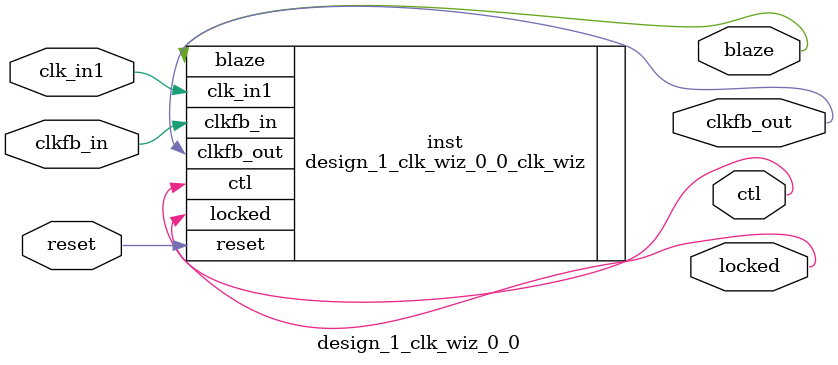
<source format=v>


`timescale 1ps/1ps

(* CORE_GENERATION_INFO = "design_1_clk_wiz_0_0,clk_wiz_v6_0_0_0,{component_name=design_1_clk_wiz_0_0,use_phase_alignment=true,use_min_o_jitter=false,use_max_i_jitter=false,use_dyn_phase_shift=false,use_inclk_switchover=false,use_dyn_reconfig=false,enable_axi=0,feedback_source=FDBK_ONCHIP,PRIMITIVE=MMCM,num_out_clk=2,clkin1_period=12.500,clkin2_period=10.000,use_power_down=false,use_reset=true,use_locked=true,use_inclk_stopped=false,feedback_type=SINGLE,CLOCK_MGR_TYPE=NA,manual_override=false}" *)

module design_1_clk_wiz_0_0 
 (
  input         clkfb_in,
  // Clock out ports
  output        blaze,
  output        ctl,
  output        clkfb_out,
  // Status and control signals
  input         reset,
  output        locked,
 // Clock in ports
  input         clk_in1
 );

  design_1_clk_wiz_0_0_clk_wiz inst
  (
  .clkfb_in(clkfb_in),
  // Clock out ports  
  .blaze(blaze),
  .ctl(ctl),
  .clkfb_out(clkfb_out),
  // Status and control signals               
  .reset(reset), 
  .locked(locked),
 // Clock in ports
  .clk_in1(clk_in1)
  );

endmodule

</source>
